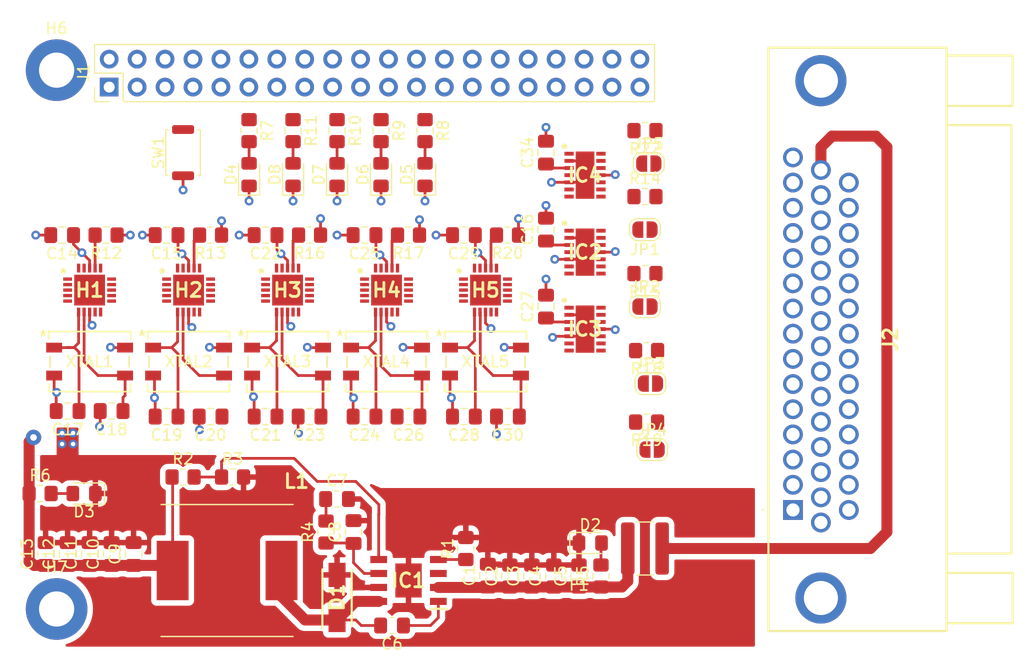
<source format=kicad_pcb>
(kicad_pcb (version 20221018) (generator pcbnew)
  (layers (0 "F.Cu" signal) (1 "In1.Cu" signal) (2 "In2.Cu" signal) (31 "B.Cu" signal) (34 "B.Paste" user) (35 "F.Paste" user) (36 "B.SilkS" user "B.Silkscreen") (37 "F.SilkS" user "F.Silkscreen") (38 "B.Mask" user) (39 "F.Mask" user) (44 "Edge.Cuts" user))
  (net 0 "")
  (net 1 "/Versorgung/VIN_SAVE")
  (net 2 "GND")
  (net 3 "Net-(C7-Pad1)")
  (net 4 "Net-(IC1-COMP)")
  (net 5 "+5V")
  (net 6 "Net-(IC1-SW)")
  (net 7 "Net-(D2-A)")
  (net 8 "Net-(D3-A)")
  (net 9 "Net-(IC1-BOOT)")
  (net 11 "Net-(IC1-RT{slash}CLK)")
  (net 12 "Net-(IC1-FB)")
  (net 13 "Net-(H1-OSC2)")
  (net 14 "Net-(H1-OSC1)")
  (net 15 "Net-(H2-OSC2)")
  (net 16 "Net-(H2-OSC1)")
  (net 17 "Net-(H3-OSC2)")
  (net 18 "Net-(H3-OSC1)")
  (net 19 "Net-(H4-OSC2)")
  (net 20 "Net-(H4-OSC1)")
  (net 21 "Net-(H5-OSC2)")
  (net 22 "Net-(H5-OSC1)")
  (net 23 "Net-(D4-A)")
  (net 24 "Net-(D5-A)")
  (net 25 "Net-(D6-A)")
  (net 26 "Net-(D7-A)")
  (net 27 "Net-(D8-A)")
  (net 35 "/CAN_Controller/INT0")
  (net 36 "/CAN_Controller/SCLK_0")
  (net 38 "/CAN_Controller/MOSI_0")
  (net 39 "/CAN_Controller/MISO_0")
  (net 40 "/CAN_Controller/CE0_0")
  (net 41 "Net-(H1-~{RESET})")
  (net 42 "Net-(H1-TXCAN)")
  (net 43 "Net-(H1-RXCAN)")
  (net 51 "/CAN_Controller/INT1")
  (net 53 "/CAN_Controller/CE1_0")
  (net 54 "Net-(H2-~{RESET})")
  (net 55 "Net-(H2-TXCAN)")
  (net 56 "Net-(H2-RXCAN)")
  (net 64 "/CAN_Controller/INT2")
  (net 65 "/CAN_Controller/SCLK_1")
  (net 67 "/CAN_Controller/MOSI_1")
  (net 68 "/CAN_Controller/MISO_1")
  (net 69 "/CAN_Controller/CE0_1")
  (net 70 "Net-(H3-~{RESET})")
  (net 71 "Net-(H3-TXCAN)")
  (net 72 "Net-(H3-RXCAN)")
  (net 80 "/CAN_Controller/INT3")
  (net 82 "/CAN_Controller/CE1_1")
  (net 83 "Net-(H4-~{RESET})")
  (net 84 "Net-(H4-TXCAN)")
  (net 85 "Net-(H4-RXCAN)")
  (net 93 "/CAN_Controller/INT4")
  (net 95 "/CAN_Controller/CE2_1")
  (net 96 "Net-(H5-~{RESET})")
  (net 97 "Net-(H5-TXCAN)")
  (net 98 "Net-(H5-RXCAN)")
  (net 100 "/CAN_Controller/CAN1_L")
  (net 101 "/CAN_Controller/CAN1_H")
  (net 102 "/CAN_Controller/CAN0_L")
  (net 103 "/CAN_Controller/CAN0_H")
  (net 106 "/CAN_Controller/CAN3_L")
  (net 107 "/CAN_Controller/CAN3_H")
  (net 108 "/CAN_Controller/CAN2_L")
  (net 109 "/CAN_Controller/CAN2_H")
  (net 116 "/CAN_Controller/CAN4_L")
  (net 117 "/CAN_Controller/CAN4_H")
  (net 122 "Net-(J1-GPIO27)")
  (net 123 "Net-(J1-GPIO22)")
  (net 124 "Net-(J1-GPIO23)")
  (net 126 "Net-(J1-GPIO24)")
  (net 127 "Net-(J1-GPIO25)")
  (net 132 "Net-(J1-GPIO26)")
  (net 151 "/Versorgung/VIN")
  (net 168 "Net-(JP1-A)")
  (net 169 "Net-(JP2-B)")
  (net 170 "Net-(JP3-B)")
  (net 171 "Net-(JP4-A)")
  (net 172 "Net-(JP5-B)")
  (footprint "Capacitor_SMD:C_0805_2012Metric_Pad1.18x1.45mm_HandSolder" (layer "F.Cu") (at 111.5 135 180)
    (fp_text reference "C24")
    (fp_text value "22pF")
  )
  (footprint "Jumper:SolderJumper-2_P1.3mm_Open_RoundedPad1.0x1.5mm" (layer "F.Cu") (at 137.65 138)
    (fp_text reference "JP4")
    (fp_text value "Jumper_2_Open")
  )
  (footprint "Capacitor_SMD:C_0805_2012Metric_Pad1.18x1.45mm_HandSolder" (layer "F.Cu") (at 115.5 135 180)
    (fp_text reference "C26")
    (fp_text value "22pF")
  )
  (footprint "Resistor_SMD:R_0805_2012Metric_Pad1.20x1.40mm_HandSolder" (layer "F.Cu") (at 126.712 149.5 90)
    (fp_text reference "C3")
    (fp_text value "1uF/50V")
  )
  (footprint "Capacitor_SMD:C_0805_2012Metric_Pad1.18x1.45mm_HandSolder" (layer "F.Cu") (at 111.5 118.5 180)
    (fp_text reference "C25")
    (fp_text value "100nF")
  )
  (footprint "Samacsys:SON65P300X450X100-15N-D" (layer "F.Cu") (at 131.55 113.05)
    (fp_text reference "IC4")
    (fp_text value "TCAN1048AVDMTRQ1" hide)
  )
  (footprint "Capacitor_SMD:C_0805_2012Metric_Pad1.18x1.45mm_HandSolder" (layer "F.Cu") (at 84.5 147.5 90)
    (fp_text reference "C12")
    (fp_text value "22uF/6.3V")
  )
  (footprint "MountingHole:MountingHole_3.2mm_M3_DIN965_Pad" (layer "F.Cu") (at 83.5 152.5)
    (fp_text reference "H7")
    (fp_text value "MountingHole")
  )
  (footprint "Capacitor_SMD:C_0805_2012Metric_Pad1.18x1.45mm_HandSolder" (layer "F.Cu") (at 110.5 145.5 90)
    (fp_text reference "C8")
    (fp_text value "100pF")
  )
  (footprint "Samacsys:SMT_026384_WRE-L" (layer "F.Cu") (at 113.5 130)
    (fp_text reference "XTAL4")
    (fp_text value "830026384")
  )
  (footprint "LED_SMD:LED_0805_2012Metric_Pad1.15x1.40mm_HandSolder" (layer "F.Cu") (at 132.025 146.5)
    (fp_text reference "D2")
    (fp_text value "LED/GRÜN")
  )
  (footprint "Capacitor_SMD:C_0805_2012Metric_Pad1.18x1.45mm_HandSolder" (layer "F.Cu") (at 82.5 147.5 90)
    (fp_text reference "C13")
    (fp_text value "22uF/6.3V")
  )
  (footprint "Capacitor_SMD:C_0805_2012Metric_Pad1.18x1.45mm_HandSolder" (layer "F.Cu") (at 88.5 134.5 180)
    (fp_text reference "C18")
    (fp_text value "22pF")
  )
  (footprint "Jumper:SolderJumper-2_P1.3mm_Open_RoundedPad1.0x1.5mm" (layer "F.Cu") (at 137.5 132)
    (fp_text reference "JP3")
    (fp_text value "Jumper_2_Open")
  )
  (footprint "LED_SMD:LED_0805_2012Metric_Pad1.15x1.40mm_HandSolder" (layer "F.Cu") (at 117 113 90)
    (fp_text reference "D5")
    (fp_text value "LED")
  )
  (footprint "Resistor_SMD:R_0805_2012Metric_Pad1.20x1.40mm_HandSolder" (layer "F.Cu") (at 137 122 180)
    (fp_text reference "R15")
    (fp_text value "120R")
  )
  (footprint "Capacitor_SMD:C_0805_2012Metric_Pad1.18x1.45mm_HandSolder" (layer "F.Cu") (at 120.5375 135 180)
    (fp_text reference "C28")
    (fp_text value "22pF")
  )
  (footprint "Samacsys:SMT_026384_WRE-L" (layer "F.Cu") (at 86.5 130)
    (fp_text reference "XTAL1")
    (fp_text value "830026384")
  )
  (footprint "Samacsys:SON65P300X450X100-15N-D" (layer "F.Cu") (at 131.55 120.05)
    (fp_text reference "IC2")
    (fp_text value "TCAN1048AVDMTRQ1" hide)
  )
  (footprint "Capacitor_SMD:C_0805_2012Metric_Pad1.18x1.45mm_HandSolder" (layer "F.Cu") (at 102.5 118.5 180)
    (fp_text reference "C22")
    (fp_text value "100nF")
  )
  (footprint "Resistor_SMD:R_0805_2012Metric_Pad1.20x1.40mm_HandSolder" (layer "F.Cu") (at 109 109 -90)
    (fp_text reference "R10")
    (fp_text value "510R")
  )
  (footprint "Resistor_SMD:R_0805_2012Metric_Pad1.20x1.40mm_HandSolder" (layer "F.Cu") (at 131 149.5 90)
    (fp_text reference "C5")
    (fp_text value "1uF/50V")
  )
  (footprint "Connector_PinHeader_2.54mm:PinHeader_2x20_P2.54mm_Vertical" (layer "F.Cu") (at 88.28 105.04 90)
    (fp_text reference "J1")
    (fp_text value "Raspberry_Pi_2_3")
  )
  (footprint "Resistor_SMD:R_0805_2012Metric_Pad1.20x1.40mm_HandSolder" (layer "F.Cu") (at 124.5 118.5 180)
    (fp_text reference "R20")
    (fp_text value "10k")
  )
  (footprint "LED_SMD:LED_0805_2012Metric_Pad1.15x1.40mm_HandSolder" (layer "F.Cu") (at 109 113 90)
    (fp_text reference "D7")
    (fp_text value "LED")
  )
  (footprint "Resistor_SMD:R_0805_2012Metric_Pad1.20x1.40mm_HandSolder" (layer "F.Cu") (at 106.5 118.5 180)
    (fp_text reference "R16")
    (fp_text value "10k")
  )
  (footprint "Samacsys:QFN50P400X400X90-21N-D" (layer "F.Cu") (at 113.5 123.5)
    (fp_text reference "H4")
    (fp_text value "MCP2515-E_ML" hide)
  )
  (footprint "Capacitor_SMD:C_0805_2012Metric_Pad1.18x1.45mm_HandSolder" (layer "F.Cu") (at 114 154 180)
    (fp_text reference "C6")
    (fp_text value "0.1uF")
  )
  (footprint "Resistor_SMD:R_0805_2012Metric_Pad1.20x1.40mm_HandSolder" (layer "F.Cu") (at 117 109 -90)
    (fp_text reference "R8")
    (fp_text value "510R")
  )
  (footprint "Samacsys:QFN50P400X400X90-21N-D" (layer "F.Cu") (at 95.5 123.5)
    (fp_text reference "H2")
    (fp_text value "MCP2515-E_ML" hide)
  )
  (footprint "Capacitor_SMD:C_0805_2012Metric_Pad1.18x1.45mm_HandSolder" (layer "F.Cu") (at 97.5 135 180)
    (fp_text reference "C20")
    (fp_text value "22pF")
  )
  (footprint "Capacitor_SMD:C_0805_2012Metric_Pad1.18x1.45mm_HandSolder" (layer "F.Cu") (at 109 142.5)
    (fp_text reference "C7")
    (fp_text value "33nF")
  )
  (footprint "Samacsys:SON65P300X450X100-15N-D" (layer "F.Cu") (at 131.55 127.05)
    (fp_text reference "IC3")
    (fp_text value "TCAN1048AVDMTRQ1" hide)
  )
  (footprint "Jumper:SolderJumper-2_P1.3mm_Open_RoundedPad1.0x1.5mm" (layer "F.Cu") (at 137 125)
    (fp_text reference "JP2")
    (fp_text value "Jumper_2_Open")
  )
  (footprint "Jumper:SolderJumper-2_P1.3mm_Open_RoundedPad1.0x1.5mm" (layer "F.Cu") (at 137.35 112)
    (fp_text reference "JP5")
    (fp_text value "Jumper_2_Open")
  )
  (footprint "Resistor_SMD:R_0805_2012Metric_Pad1.20x1.40mm_HandSolder" (layer "F.Cu") (at 115.5 118.5 180)
    (fp_text reference "R17")
    (fp_text value "10k")
  )
  (footprint "Capacitor_SMD:C_0805_2012Metric_Pad1.18x1.45mm_HandSolder" (layer "F.Cu") (at 120.5375 118.5 180)
    (fp_text reference "C29")
    (fp_text value "100nF")
  )
  (footprint "Resistor_SMD:R_0805_2012Metric_Pad1.20x1.40mm_HandSolder" (layer "F.Cu") (at 101 109 -90)
    (fp_text reference "R7")
    (fp_text value "510R")
  )
  (footprint "Resistor_SMD:R_0805_2012Metric_Pad1.20x1.40mm_HandSolder" (layer "F.Cu") (at 133 149.5 90)
    (fp_text reference "R5")
    (fp_text value "2.7k")
  )
  (footprint "Samacsys:SMT_026384_WRE-L" (layer "F.Cu") (at 104.5 130)
    (fp_text reference "XTAL3")
    (fp_text value "830026384")
  )
  (footprint "Resistor_SMD:R_0805_2012Metric_Pad1.20x1.40mm_HandSolder" (layer "F.Cu") (at 95 140.5)
    (fp_text reference "R2")
    (fp_text value "2.7M")
  )
  (footprint "Samacsys:QFN50P400X400X90-21N-D" (layer "F.Cu") (at 86.5 123.5)
    (fp_text reference "H1")
    (fp_text value "MCP2515-E_ML" hide)
  )
  (footprint "Resistor_SMD:R_0805_2012Metric_Pad1.20x1.40mm_HandSolder" (layer "F.Cu") (at 88 118.5 180)
    (fp_text reference "R12")
    (fp_text value "10k")
  )
  (footprint "LED_SMD:LED_0805_2012Metric_Pad1.15x1.40mm_HandSolder" (layer "F.Cu") (at 101 113 90)
    (fp_text reference "D4")
    (fp_text value "LED")
  )
  (footprint "Resistor_SMD:R_0805_2012Metric_Pad1.20x1.40mm_HandSolder" (layer "F.Cu") (at 97.5 118.5 180)
    (fp_text reference "R13")
    (fp_text value "10k")
  )
  (footprint "Resistor_SMD:R_0805_2012Metric_Pad1.20x1.40mm_HandSolder" (layer "F.Cu") (at 108 145.5 90)
    (fp_text reference "R4")
    (fp_text value "10k")
  )
  (footprint "Resistor_SMD:R_0805_2012Metric_Pad1.20x1.40mm_HandSolder" (layer "F.Cu") (at 137 115)
    (fp_text reference "R14")
    (fp_text value "120R")
  )
  (footprint "Capacitor_SMD:C_0805_2012Metric_Pad1.18x1.45mm_HandSolder" (layer "F.Cu") (at 93.5 135 180)
    (fp_text reference "C19")
    (fp_text value "22pF")
  )
  (footprint "Samacsys:QFN50P400X400X90-21N-D" (layer "F.Cu") (at 104.5 123.5)
    (fp_text reference "H3")
    (fp_text value "MCP2515-E_ML" hide)
  )
  (footprint "Resistor_SMD:R_0805_2012Metric_Pad1.20x1.40mm_HandSolder" (layer "F.Cu") (at 124.712 149.5 90)
    (fp_text reference "C2")
    (fp_text value "1uF/50V")
  )
  (footprint "Samacsys:DIOM5127X229N" (layer "F.Cu") (at 109 151.45 90)
    (fp_text reference "D1")
    (fp_text value "SSA33L-E3_61T" hide)
  )
  (footprint "Capacitor_SMD:C_0805_2012Metric_Pad1.18x1.45mm_HandSolder" (layer "F.Cu") (at 90.5 147.5 90)
    (fp_text reference "C9")
    (fp_text value "22uF/6.3V")
  )
  (footprint "Capacitor_SMD:C_0805_2012Metric_Pad1.18x1.45mm_HandSolder" (layer "F.Cu") (at 122.712 149.4625 90)
    (fp_text reference "C1")
    (fp_text value "1uF/50V")
  )
  (footprint "Resistor_SMD:R_0805_2012Metric_Pad1.20x1.40mm_HandSolder" (layer "F.Cu") (at 120.712 147 90)
    (fp_text reference "R1")
    (fp_text value "100k")
  )
  (footprint "Samacsys:SMT_026384_WRE-L" (layer "F.Cu") (at 122.5 130)
    (fp_text reference "XTAL5")
    (fp_text value "830026384")
  )
  (footprint "Capacitor_SMD:C_0805_2012Metric_Pad1.18x1.45mm_HandSolder" (layer "F.Cu") (at 106.5 135 180)
    (fp_text reference "C23")
    (fp_text value "22pF")
  )
  (footprint "Samacsys:QFN50P400X400X90-21N-D" (layer "F.Cu") (at 122.5 123.5)
    (fp_text reference "H5")
    (fp_text value "MCP2515-E_ML" hide)
  )
  (footprint "Capacitor_SMD:C_0805_2012Metric_Pad1.18x1.45mm_HandSolder" (layer "F.Cu") (at 86.5 147.5 90)
    (fp_text reference "C11")
    (fp_text value "22uF/6.3V")
  )
  (footprint "Capacitor_SMD:C_0805_2012Metric_Pad1.18x1.45mm_HandSolder" (layer "F.Cu") (at 93.5 118.5 180)
    (fp_text reference "C15")
    (fp_text value "100nF")
  )
  (footprint "Capacitor_SMD:C_0805_2012Metric_Pad1.18x1.45mm_HandSolder" (layer "F.Cu") (at 128 111 90)
    (fp_text reference "C34")
    (fp_text value "100nF")
  )
  (footprint "Capacitor_SMD:C_0805_2012Metric_Pad1.18x1.45mm_HandSolder" (layer "F.Cu") (at 84 118.5 180)
    (fp_text reference "C14")
    (fp_text value "100nF")
  )
  (footprint "Capacitor_SMD:C_0805_2012Metric_Pad1.18x1.45mm_HandSolder" (layer "F.Cu") (at 128 125 90)
    (fp_text reference "C27")
    (fp_text value "100nF")
  )
  (footprint "Samacsys:10090926P444VLF" (layer "F.Cu") (at 150.46 143.495 90)
    (fp_text reference "J2")
    (fp_text value "10090926-P444VLF" hide)
  )
  (footprint "Capacitor_SMD:C_0805_2012Metric_Pad1.18x1.45mm_HandSolder" (layer "F.Cu") (at 124.5375 135 180)
    (fp_text reference "C30")
    (fp_text value "22pF")
  )
  (footprint "MountingHole:MountingHole_3.2mm_M3_DIN965_Pad" (layer "F.Cu") (at 83.5 103.5)
    (fp_text reference "H6")
    (fp_text value "MountingHole")
  )
  (footprint "Resistor_SMD:R_0805_2012Metric_Pad1.20x1.40mm_HandSolder" (layer "F.Cu") (at 137.15 135.5 180)
    (fp_text reference "R19")
    (fp_text value "120R")
  )
  (footprint "Samacsys:WE-PD_1260_1245_1280_121054" (layer "F.Cu") (at 99 149 180)
    (fp_text reference "L1")
    (fp_text value "744771008" hide)
  )
  (footprint "LED_SMD:LED_0805_2012Metric_Pad1.15x1.40mm_HandSolder" (layer "F.Cu") (at 86 142 180)
    (fp_text reference "D3")
    (fp_text value "LED/GRÜN")
  )
  (footprint "Resistor_SMD:R_0805_2012Metric_Pad1.20x1.40mm_HandSolder" (layer "F.Cu") (at 137.15 129 180)
    (fp_text reference "R18")
    (fp_text value "120R")
  )
  (footprint "LED_SMD:LED_0805_2012Metric_Pad1.15x1.40mm_HandSolder" (layer "F.Cu") (at 105 113 90)
    (fp_text reference "D8")
    (fp_text value "LED")
  )
  (footprint "LED_SMD:LED_0805_2012Metric_Pad1.15x1.40mm_HandSolder" (layer "F.Cu") (at 113 113 90)
    (fp_text reference "D6")
    (fp_text value "LED")
  )
  (footprint "Resistor_SMD:R_0805_2012Metric_Pad1.20x1.40mm_HandSolder" (layer "F.Cu") (at 113 109 -90)
    (fp_text reference "R9")
    (fp_text value "510R")
  )
  (footprint "Capacitor_SMD:C_0805_2012Metric_Pad1.18x1.45mm_HandSolder" (layer "F.Cu") (at 128 118 90)
    (fp_text reference "C16")
    (fp_text value "100nF")
  )
  (footprint "Jumper:SolderJumper-2_P1.3mm_Open_RoundedPad1.0x1.5mm" (layer "F.Cu") (at 137 118 180)
    (fp_text reference "JP1")
    (fp_text value "Jumper_2_Open")
  )
  (footprint "Samacsys:SOIC127P600X170-9N" (layer "F.Cu") (at 115.5 149.905 180)
    (fp_text reference "IC1")
    (fp_text value "TPS54540DDAR" hide)
  )
  (footprint "Capacitor_SMD:C_0805_2012Metric_Pad1.18x1.45mm_HandSolder" (layer "F.Cu") (at 102.5 135 180)
    (fp_text reference "C21")
    (fp_text value "22pF")
  )
  (footprint "Resistor_SMD:R_0805_2012Metric_Pad1.20x1.40mm_HandSolder" (layer "F.Cu") (at 99.5 140.5)
    (fp_text reference "R3")
    (fp_text value "510k")
  )
  (footprint "Resistor_SMD:R_0805_2012Metric_Pad1.20x1.40mm_HandSolder" (layer "F.Cu") (at 82 142)
    (fp_text reference "R6")
    (fp_text value "270R")
  )
  (footprint "Button_Switch_SMD:SW_Push_SPST_NO_Alps_SKRK" (layer "F.Cu") (at 95 111 90)
    (fp_text reference "SW1")
    (fp_text value "SW_DIP_x01")
  )
  (footprint "Samacsys:SMT_026384_WRE-L" (layer "F.Cu") (at 95.5 130)
    (fp_text reference "XTAL2")
    (fp_text value "830026384")
  )
  (footprint "Capacitor_SMD:C_0805_2012Metric_Pad1.18x1.45mm_HandSolder" (layer "F.Cu") (at 88.5 147.5 90)
    (fp_text reference "C10")
    (fp_text value "22uF/6.3V")
  )
  (footprint "Resistor_SMD:R_0805_2012Metric_Pad1.20x1.40mm_HandSolder" (layer "F.Cu") (at 128.712 149.5 90)
    (fp_text reference "C4")
    (fp_text value "1uF/50V")
  )
  (footprint "Resistor_SMD:R_0805_2012Metric_Pad1.20x1.40mm_HandSolder" (layer "F.Cu") (at 105 109 -90)
    (fp_text reference "R11")
    (fp_text value "510R")
  )
  (footprint "Resistor_SMD:R_0805_2012Metric_Pad1.20x1.40mm_HandSolder" (layer "F.Cu") (at 137 109 180)
    (fp_text reference "R22")
    (fp_text value "120R")
  )
  (footprint "Capacitor_SMD:C_0805_2012Metric_Pad1.18x1.45mm_HandSolder" (layer "F.Cu") (at 84.5 134.5 180)
    (fp_text reference "C17")
    (fp_text value "22pF")
  )
  (footprint "Resistor_SMD:R_1218_3246Metric_Pad1.22x4.75mm_HandSolder" (layer "F.Cu") (at 137 147 180)
    (fp_text reference "F1")
    (fp_text value "Fuse")
  )
  (segment (start 131 150.5) (end 133 150.5) (width 1) (layer "F.Cu") (net 1))
  (segment (start 133 150.5) (end 134.9 150.5) (width 1) (layer "F.Cu") (net 1))
  (segment (start 135.4375 149.9625) (end 135.4375 147) (width 1) (layer "F.Cu") (net 1))
  (segment (start 126.712 150.5) (end 128.712 150.5) (width 1) (layer "F.Cu") (net 1))
  (segment (start 134.9 150.5) (end 135.4375 149.9625) (width 1) (layer "F.Cu") (net 1))
  (segment (start 128.712 150.5) (end 131 150.5) (width 1) (layer "F.Cu") (net 1))
  (segment (start 122.672 150.54) (end 122.712 150.5) (width 1) (layer "F.Cu") (net 1))
  (segment (start 122.712 150.5) (end 124.712 150.5) (width 1) (layer "F.Cu") (net 1))
  (segment (start 124.712 150.5) (end 126.712 150.5) (width 1) (layer "F.Cu") (net 1))
  (segment (start 118.212 150.54) (end 122.672 150.54) (width 1) (layer "F.Cu") (net 1))
  (segment (start 101.4625 135) (end 101.4625 133.2625) (width 0.25) (layer "F.Cu") (net 2))
  (segment (start 95.5 125.5) (end 95.5 126.6) (width 0.25) (layer "F.Cu") (net 2))
  (segment (start 92.4625 135) (end 92.4625 133.3625) (width 0.25) (layer "F.Cu") (net 2))
  (segment (start 110.4625 118.5) (end 109 118.5) (width 0.25) (layer "F.Cu") (net 2))
  (segment (start 131.55 112.525) (end 131.55 113.05) (width 0.25) (layer "F.Cu") (net 2))
  (segment (start 101.4625 118.5) (end 100.1 118.5) (width 0.25) (layer "F.Cu") (net 2))
  (segment (start 105.4625 135) (end 105.4625 136.4625) (width 0.25) (layer "F.Cu") (net 2))
  (segment (start 113 114.025) (end 113 115.4) (width 0.25) (layer "F.Cu") (net 2))
  (segment (start 92.4625 133.3625) (end 92.4 133.3) (width 0.25) (layer "F.Cu") (net 2))
  (segment (start 130.1 118.75) (end 130.775 118.75) (width 0.25) (layer "F.Cu") (net 2))
  (segment (start 109 114.025) (end 109 115.4) (width 0.25) (layer "F.Cu") (net 2))
  (segment (start 130.9 113.7) (end 131.55 113.05) (width 0.25) (layer "F.Cu") (net 2))
  (segment (start 107.7258 128.73) (end 106.33 128.73) (width 0.25) (layer "F.Cu") (net 2))
  (segment (start 110.2742 131.27) (end 110.2742 133.0742) (width 0.25) (layer "F.Cu") (net 2))
  (segment (start 130.1 111.75) (end 130.775 111.75) (width 0.25) (layer "F.Cu") (net 2))
  (segment (start 86.5 126.4755) (end 86.7245 126.7) (width 0.25) (layer "F.Cu") (net 2))
  (segment (start 104.5 126.5) (end 104.8 126.8) (width 0.25) (layer "F.Cu") (net 2))
  (segment (start 119.5 133.4) (end 119.4 133.3) (width 0.25) (layer "F.Cu") (net 2))
  (segment (start 130.1 127.7) (end 130.9 127.7) (width 0.25) (layer "F.Cu") (net 2))
  (segment (start 92.4 133.3) (end 92.4 131.3958) (width 0.25) (layer "F.Cu") (net 2))
  (segment (start 130.1 125.75) (end 130.775 125.75) (width 0.25) (layer "F.Cu") (net 2))
  (segment (start 87.4625 134.5) (end 87.4625 135.8375) (width 0.25) (layer "F.Cu") (net 2))
  (segment (start 113.5 126.4) (end 113.9 126.8) (width 0.25) (layer "F.Cu") (net 2))
  (segment (start 83.4625 132.8375) (end 83.5 132.8) (width 0.25) (layer "F.Cu") (net 2))
  (segment (start 82.9625 118.5) (end 81.6 118.5) (width 0.25) (layer "F.Cu") (net 2))
  (segment (start 117 114.025) (end 117 115.4) (width 0.25) (layer "F.Cu") (net 2))
  (segment (start 83.2742 132.5742) (end 83.5 132.8) (width 0.25) (layer "F.Cu") (net 2))
  (segment (start 130.775 111.75) (end 131.55 112.525) (width 0.25) (layer "F.Cu") (net 2))
  (segment (start 87.4625 135.8375) (end 87.4 135.9) (width 0.25) (layer "F.Cu") (net 2))
  (segment (start 130.1 120.7) (end 130.9 120.7) (width 0.25) (layer "F.Cu") (net 2))
  (segment (start 130.9 120.7) (end 131.55 120.05) (width 0.25) (layer "F.Cu") (net 2))
  (segment (start 116.7258 128.73) (end 115.03 128.73) (width 0.25) (layer "F.Cu") (net 2))
  (segment (start 130.1 127.7) (end 128.7 127.7) (width 0.25) (layer "F.Cu") (net 2))
  (segment (start 128 123.9625) (end 128 122.5) (width 0.25) (layer "F.Cu") (net 2))
  (segment (start 119.2742 133.1742) (end 119.4 133.3) (width 0.25) (layer "F.Cu") (net 2))
  (segment (start 110.2742 133.0742) (end 110.5 133.3) (width 0.25) (layer "F.Cu") (net 2))
  (segment (start 101.4625 133.2625) (end 101.4 133.2) (width 0.25) (layer "F.Cu") (net 2))
  (segment (start 105.4625 136.4625) (end 105.5 136.5) (width 0.25) (layer "F.Cu") (net 2))
  (segment (start 128 109.9625) (end 128 108.7) (width 0.25) (layer "F.Cu") (net 2))
  (segment (start 96.4625 135) (end 96.4625 136.1625) (width 0.25) (layer "F.Cu") (net 2))
  (segment (start 130.775 118.75) (end 131.55 119.525) (width 0.25) (layer "F.Cu") (net 2))
  (segment (start 95 113.1) (end 95 114.4) (width 0.25) (layer "F.Cu") (net 2))
  (segment (start 101.2742 133.0742) (end 101.4 133.2) (width 0.25) (layer "F.Cu") (net 2))
  (segment (start 128 116.9625) (end 128 115.8) (width 0.25) (layer "F.Cu") (net 2))
  (segment (start 88.43 128.73) (end 88.4 128.7) (width 0.25) (layer "F.Cu") (net 2))
  (segment (start 96.4625 136.1625) (end 96.5 136.2) (width 0.25) (layer "F.Cu") (net 2))
  (segment (start 113.5 125.5) (end 113.5 126.4) (width 0.25) (layer "F.Cu") (net 2))
  (segment (start 110.4625 133.3375) (end 110.5 133.3) (width 0.25) (layer "F.Cu") (net 2))
  (segment (start 130.9 127.7) (end 131.55 127.05) (width 0.25) (layer "F.Cu") (net 2))
  (segment (start 124.23 128.73) (end 124.2 128.7) (width 0.25) (layer "F.Cu") (net 2))
  (segment (start 97.43 128.73) (end 97.4 128.7) (width 0.25) (layer "F.Cu") (net 2))
  (segment (start 131.55 126.525) (end 131.55 127.05) (width 0.25) (layer "F.Cu") (net 2))
  (segment (start 123.5 135) (end 123.5 136.6) (width 0.25) (layer "F.Cu") (net 2))
  (segment (start 101.2742 131.27) (end 101.2742 133.0742) (width 0.25) (layer "F.Cu") (net 2))
  (segment (start 122.5 125.5) (end 122.5 126.5) (width 0.25) (layer "F.Cu") (net 2))
  (segment (start 122.5 126.5) (end 123 127) (width 0.25) (layer "F.Cu") (net 2))
  (segment (start 130.1 113.7) (end 128.5 113.7) (width 0.25) (layer "F.Cu") (net 2))
  (segment (start 92.4625 118.5) (end 91.3 118.5) (width 0.25) (layer "F.Cu") (net 2))
  (segment (start 95.5 126.6) (end 95.8 126.9) (width 0.25) (layer "F.Cu") (net 2))
  (segment (start 128.7 127.7) (end 128.6 127.8) (width 0.25) (layer "F.Cu") (net 2))
  (segment (start 119.5 135) (end 119.5 133.4) (width 0.25) (layer "F.Cu") (net 2))
  (segment (start 110.4625 135) (end 110.4625 133.3375) (width 0.25) (layer "F.Cu") (net 2))
  (segment (start 131.55 119.525) (end 131.55 120.05) (width 0.25) (layer "F.Cu") (net 2))
  (segment (start 119.2742 131.27) (end 119.2742 133.1742) (width 0.25) (layer "F.Cu") (net 2))
  (segment (start 130.1 113.7) (end 130.9 113.7) (width 0.25) (layer "F.Cu") (net 2))
  (segment (start 104.5 125.5) (end 104.5 126.5) (width 0.25) (layer "F.Cu") (net 2))
  (segment (start 92.4 131.3958) (end 92.2742 131.27) (width 0.25) (layer "F.Cu") (net 2))
  (segment (start 98.7258 128.73) (end 97.43 128.73) (width 0.25) (layer "F.Cu") (net 2))
  (segment (start 83.4625 134.5) (end 83.4625 132.8375) (width 0.25) (layer "F.Cu") (net 2))
  (segment (start 83.2742 131.27) (end 83.2742 132.5742) (width 0.25) (layer "F.Cu") (net 2))
  (segment (start 125.7258 128.73) (end 124.23 128.73) (width 0.25) (layer "F.Cu") (net 2))
  (segment (start 130.775 125.75) (end 131.55 126.525) (width 0.25) (layer "F.Cu") (net 2))
  (segment (start 130.1 120.7) (end 128.8 120.7) (width 0.25) (layer "F.Cu") (net 2))
  (segment (start 106.33 128.73) (end 106.3 128.7) (width 0.25) (layer "F.Cu") (net 2))
  (segment (start 101 114.025) (end 101 115.4) (width 0.25) (layer "F.Cu") (net 2))
  (segment (start 86.5 125.5) (end 86.5 126.4755) (width 0.25) (layer "F.Cu") (net 2))
  (segment (start 119.5 118.5) (end 118 118.5) (width 0.25) (layer "F.Cu") (net 2))
  (segment (start 105 114.025) (end 105 115.4) (width 0.25) (layer "F.Cu") (net 2))
  (segment (start 89.7258 128.73) (end 88.43 128.73) (width 0.25) (layer "F.Cu") (net 2))
  (segment (start 115.03 128.73) (end 115 128.7) (width 0.25) (layer "F.Cu") (net 2))
  (via (at 81.6 118.5) (size 0.8) (drill 0.4) (layers "F.Cu" "B.Cu") (net 2))
  (via (at 113 115.4) (size 0.8) (drill 0.4) (layers "F.Cu" "B.Cu") (net 2))
  (via (at 128 108.7) (size 0.8) (drill 0.4) (layers "F.Cu" "B.Cu") (net 2))
  (via (at 119.4 133.3) (size 0.8) (drill 0.4) (layers "F.Cu" "B.Cu") (net 2))
  (via (at 128 115.8) (size 0.8) (drill 0.4) (layers "F.Cu" "B.Cu") (net 2))
  (via (at 87.4 135.9) (size 0.8) (drill 0.4) (layers "F.Cu" "B.Cu") (net 2))
  (via (at 86.7245 126.7) (size 0.8) (drill 0.4) (layers "F.Cu" "B.Cu") (net 2))
  (via (at 96.5 136.2) (size 0.8) (drill 0.4) (layers "F.Cu" "B.Cu") (net 2))
  (via (at 91.3 118.5) (size 0.8) (drill 0.4) (layers "F.Cu" "B.Cu") (net 2))
  (via (at 85 137.5) (size 0.8) (drill 0.4) (layers "F.Cu" "B.Cu") (net 2))
  (via (at 124.2 128.7) (size 0.8) (drill 0.4) (layers "F.Cu" "B.Cu") (net 2))
  (via (at 128.8 120.7) (size 0.8) (drill 0.4) (layers "F.Cu" "B.Cu") (net 2))
  (via (at 110.5 133.3) (size 0.8) (drill 0.4) (layers "F.Cu" "B.Cu") (net 2))
  (via (at 105 115.4) (size 0.8) (drill 0.4) (layers "F.Cu" "B.Cu") (net 2))
  (via (at 85 136.5) (size 0.8) (drill 0.4) (layers "F.Cu" "B.Cu") (net 2))
  (via (at 101 115.4) (size 0.8) (drill 0.4) (layers "F.Cu" "B.Cu") (net 2))
  (via (at 95 114.4) (size 0.8) (drill 0.4) (layers "F.Cu" "B.Cu") (net 2))
  (via (at 100.1 118.5) (size 0.8) (drill 0.4) (layers "F.Cu" "B.Cu") (net 2))
  (via (at 113.9 126.8) (size 0.8) (drill 0.4) (layers "F.Cu" "B.Cu") (net 2))
  (via (at 84 137.5) (size 0.8) (drill 0.4) (layers "F.Cu" "B.Cu") (net 2))
  (via (at 97.4 128.7) (size 0.8) (drill 0.4) (layers "F.Cu" "B.Cu") (net 2))
  (via (at 92.4 133.3) (size 0.8) (drill 0.4) (layers "F.Cu" "B.Cu") (net 2))
  (via (at 109 115.4) (size 0.8) (drill 0.4) (layers "F.Cu" "B.Cu") (net 2))
  (via (at 128.5 113.7) (size 0.8) (drill 0.4) (layers "F.Cu" "B.Cu") (net 2))
  (via (at 118 118.5) (size 0.8) (drill 0.4) (layers "F.Cu" "B.Cu") (net 2))
  (via (at 128.6 127.8) (size 0.8) (drill 0.4) (layers "F.Cu" "B.Cu") (net 2))
  (via (at 105.5 136.5) (size 0.8) (drill 0.4) (layers "F.Cu" "B.Cu") (net 2))
  (via (at 104.8 126.8) (size 0.8) (drill 0.4) (layers "F.Cu" "B.Cu") (net 2))
  (via (at 95.8 126.9) (size 0.8) (drill 0.4) (layers "F.Cu" "B.Cu") (net 2))
  (via (at 88.4 128.7) (size 0.8) (drill 0.4) (layers "F.Cu" "B.Cu") (net 2))
  (via (at 84 136.5) (size 0.8) (drill 0.4) (layers "F.Cu" "B.Cu") (net 2))
  (via (at 83.5 132.8) (size 0.8) (drill 0.4) (layers "F.Cu" "B.Cu") (net 2))
  (via (at 117 115.4) (size 0.8) (drill 0.4) (layers "F.Cu" "B.Cu") (net 2))
  (via (at 115 128.7) (size 0.8) (drill 0.4) (layers "F.Cu" "B.Cu") (net 2))
  (via (at 101.4 133.2) (size 0.8) (drill 0.4) (layers "F.Cu" "B.Cu") (net 2))
  (via (at 109 118.5) (size 0.8) (drill 0.4) (layers "F.Cu" "B.Cu") (net 2))
  (via (at 106.3 128.7) (size 0.8) (drill 0.4) (layers "F.Cu" "B.Cu") (net 2))
  (via (at 128 122.5) (size 0.8) (drill 0.4) (layers "F.Cu" "B.Cu") (net 2))
  (via (at 123.5 136.6) (size 0.8) (drill 0.4) (layers "F.Cu" "B.Cu") (net 2))
  (via (at 123 127) (size 0.8) (drill 0.4) (layers "F.Cu" "B.Cu") (net 2))
  (segment (start 108 144.5) (end 108 142.5375) (width 0.25) (layer "F.Cu") (net 3))
  (segment (start 108 142.5375) (end 107.9625 142.5) (width 0.25) (layer "F.Cu") (net 3))
  (segment (start 110.5 148.3) (end 110.5 146.5375) (width 0.25) (layer "F.Cu") (net 4))
  (segment (start 108 146.5) (end 110.4625 146.5) (width 0.25) (layer "F.Cu") (net 4))
  (segment (start 111.47 149.27) (end 110.5 148.3) (width 0.25) (layer "F.Cu") (net 4))
  (segment (start 110.4625 146.5) (end 110.5 146.5375) (width 0.25) (layer "F.Cu") (net 4))
  (segment (start 112.788 149.27) (end 111.47 149.27) (width 0.25) (layer "F.Cu") (net 4))
  (segment (start 112.5375 119.9375) (end 112.9 120.3) (width 0.25) (layer "F.Cu") (net 5))
  (segment (start 94.5375 118.5) (end 94.5375 119.8375) (width 0.25) (layer "F.Cu") (net 5))
  (segment (start 89 118.5) (end 90.2 118.5) (width 0.25) (layer "F.Cu") (net 5))
  (segment (start 134.25 127.05) (end 134.3 127.1) (width 0.25) (layer "F.Cu") (net 5))
  (segment (start 81.1 148.3) (end 81.2 148.3) (width 1) (layer "F.Cu") (net 5))
  (segment (start 81.4375 148.5375) (end 81.2 148.3) (width 1) (layer "F.Cu") (net 5))
  (segment (start 121.575 119.875) (end 121.8 120.1) (width 0.25) (layer "F.Cu") (net 5))
  (segment (start 125.5 118.5) (end 125.5 117) (width 0.25) (layer "F.Cu") (net 5))
  (segment (start 128.3625 126.4) (end 128 126.0375) (width 0.25) (layer "F.Cu") (net 5))
  (segment (start 86.5 148.5375) (end 84.5 148.5375) (width 1) (layer "F.Cu") (net 5))
  (segment (start 103.5375 118.5) (end 103.5375 119.8375) (width 0.25) (layer "F.Cu") (net 5))
  (segment (start 104.5 121.5) (end 104.5 120.8) (width 0.25) (layer "F.Cu") (net 5))
  (segment (start 95.5 121.5) (end 95.5 120.8) (width 0.25) (layer "F.Cu") (net 5))
  (segment (start 130.1 126.4) (end 128.3625 126.4) (width 0.25) (layer "F.Cu") (net 5))
  (segment (start 134.25 120.05) (end 134.3 120) (width 0.25) (layer "F.Cu") (net 5))
  (segment (start 113.5 121.5) (end 113.5 120.9) (width 0.25) (layer "F.Cu") (net 5))
  (segment (start 116.5 118.5) (end 116.5 117.1) (width 0.25) (layer "F.Cu") (net 5))
  (segment (start 122.5 120.8) (end 121.8 120.1) (width 0.25) (layer "F.Cu") (net 5))
  (segment (start 86.5 120.8) (end 85.0375 119.3375) (width 0.25) (layer "F.Cu") (net 5))
  (segment (start 85.0375 119.3375) (end 85.0375 118.5) (width 0.25) (layer "F.Cu") (net 5))
  (segment (start 94.5375 119.8375) (end 94.9 120.2) (width 0.25) (layer "F.Cu") (net 5))
  (segment (start 82.5 148.5375) (end 81.4375 148.5375) (width 1) (layer "F.Cu") (net 5))
  (segment (start 122.5 121.5) (end 122.5 120.8) (width 0.25) (layer "F.Cu") (net 5))
  (segment (start 104.5 120.8) (end 103.9 120.2) (width 0.25) (layer "F.Cu") (net 5))
  (segment (start 90.5 148.5375) (end 88.5 148.5375) (width 1) (layer "F.Cu") (net 5))
  (segment (start 88.5 148.5375) (end 86.5 148.5375) (width 1) (layer "F.Cu") (net 5))
  (segment (start 95.5 120.8) (end 94.9 120.2) (width 0.25) (layer "F.Cu") (net 5))
  (segment (start 93.5875 148.5375) (end 94.05 149) (width 1) (layer "F.Cu") (net 5))
  (segment (start 133 127.05) (end 134.25 127.05) (width 0.25) (layer "F.Cu") (net 5))
  (segment (start 81 142) (end 81 137.3) (width 1) (layer "F.Cu") (net 5))
  (segment (start 113.5 120.9) (end 112.9 120.3) (width 0.25) (layer "F.Cu") (net 5))
  (segment (start 130.1 119.4) (end 128.3625 119.4) (width 0.25) (layer "F.Cu") (net 5))
  (segment (start 133 113.05) (end 134.25 113.05) (width 0.25) (layer "F.Cu") (net 5))
  (segment (start 121.575 118.5) (end 121.575 119.875) (width 0.25) (layer "F.Cu") (net 5))
  (segment (start 81 142) (end 81 148.2) (width 1) (layer "F.Cu") (net 5))
  (segment (start 94.05 140.55) (end 94 140.5) (width 0.25) (layer "F.Cu") (net 5))
  (segment (start 107.5 118.5) (end 107.5 117) (width 0.25) (layer "F.Cu") (net 5))
  (segment (start 90.5 148.5375) (end 93.5875 148.5375) (width 1) (layer "F.Cu") (net 5))
  (segment (start 128.3625 112.4) (end 128 112.0375) (width 0.25) (layer "F.Cu") (net 5))
  (segment (start 134.25 113.05) (end 134.3 113) (width 0.25) (layer "F.Cu") (net 5))
  (segment (start 133 120.05) (end 134.25 120.05) (width 0.25) (layer "F.Cu") (net 5))
  (segment (start 128.3625 119.4) (end 128 119.0375) (width 0.25) (layer "F.Cu") (net 5))
  (segment (start 81 137.3) (end 81.4 136.9) (width 1) (layer "F.Cu") (net 5))
  (segment (start 81 148.2) (end 81.1 148.3) (width 1) (layer "F.Cu") (net 5))
  (segment (start 98.5 118.5) (end 98.5 117.2) (width 0.25) (layer "F.Cu") (net 5))
  (segment (start 84.5 148.5375) (end 82.5 148.5375) (width 1) (layer "F.Cu") (net 5))
  (segment (start 130.1 112.4) (end 128.3625 112.4) (width 0.25) (layer "F.Cu") (net 5))
  (segment (start 112.5375 118.5) (end 112.5375 119.9375) (width 0.25) (layer "F.Cu") (net 5))
  (segment (start 103.5375 119.8375) (end 103.9 120.2) (width 0.25) (layer "F.Cu") (net 5))
  (segment (start 86.5 121.5) (end 86.5 120.8) (width 0.25) (layer "F.Cu") (net 5))
  (segment (start 94.05 149) (end 94.05 140.55) (width 0.25) (layer "F.Cu") (net 5))
  (via (at 107.5 117) (size 0.8) (drill 0.4) (layers "F.Cu" "B.Cu") (net 5))
  (via (at 134.3 127.1) (size 0.8) (drill 0.4) (layers "F.Cu" "B.Cu") (net 5))
  (via (at 134.3 120) (size 0.8) (drill 0.4) (layers "F.Cu" "B.Cu") (net 5))
  (via (at 112.9 120.3) (size 0.8) (drill 0.4) (layers "F.Cu" "B.Cu") (net 5))
  (via (at 116.5 117.1) (size 0.8) (drill 0.4) (layers "F.Cu" "B.Cu") (net 5))
  (via (at 103.9 120.2) (size 0.8) (drill 0.4) (layers "F.Cu" "B.Cu") (net 5))
  (via (at 134.3 113) (size 0.8) (drill 0.4) (layers "F.Cu" "B.Cu") (net 5))
  (via (at 125.5 117) (size 0.8) (drill 0.4) (layers "F.Cu" "B.Cu") (net 5))
  (via (at 94.9 120.2) (size 0.8) (drill 0.4) (layers "F.Cu" "B.Cu") (net 5))
  (via (at 81.4 136.9) (size 1.4) (drill 0.6) (layers "F.Cu" "B.Cu") (net 5))
  (via (at 121.8 120.1) (size 0.8) (drill 0.4) (layers "F.Cu" "B.Cu") (net 5))
  (via (at 98.5 117.2) (size 0.8) (drill 0.4) (layers "F.Cu" "B.Cu") (net 5))
  (via (at 85.8 120.1) (size 0.8) (drill 0.4) (layers "F.Cu" "B.Cu") (net 5))
  (via (at 90.2 118.5) (size 0.8) (drill 0.4) (layers "F.Cu" "B.Cu") (net 5))
  (segment (start 111.2 154) (end 110.7 153.5) (width 0.25) (layer "F.Cu") (net 6))
  (segment (start 110.69 151.81) (end 109 153.5) (width 1) (layer "F.Cu") (net 6))
  (segment (start 103.95 151.35) (end 106.1 153.5) (width 1) (layer "F.Cu") (net 6))
  (segment (start 112.788 151.81) (end 110.69 151.81) (width 1) (layer "F.Cu") (net 6))
  (segment (start 112.9625 154) (end 111.2 154) (width 0.25) (layer "F.Cu") (net 6))
  (segment (start 103.95 149) (end 103.95 151.35) (width 1) (layer "F.Cu") (net 6))
  (segment (start 106.1 153.5) (end 109 153.5) (width 1) (layer "F.Cu") (net 6))
  (segment (start 110.7 153.5) (end 109 153.5) (width 0.25) (layer "F.Cu") (net 6))
  (segment (start 133 148.5) (end 133 146.55) (width 0.25) (layer "F.Cu") (net 7))
  (segment (start 133 146.55) (end 133.05 146.5) (width 0.25) (layer "F.Cu") (net 7))
  (segment (start 83 142) (end 84.975 142) (width 0.25) (layer "F.Cu") (net 8))
  (segment (start 117.5 154) (end 118.212 153.288) (width 0.25) (layer "F.Cu") (net 9))
  (segment (start 115.0375 154) (end 117.5 154) (width 0.25) (layer "F.Cu") (net 9))
  (segment (start 118.212 153.288) (end 118.212 151.81) (width 0.25) (layer "F.Cu") (net 9))
  (segment (start 118.212 148) (end 120.712 148) (width 0.25) (layer "F.Cu") (net 11))
  (segment (start 96 140.5) (end 98.5 140.5) (width 0.25) (layer "F.Cu") (net 12))
  (segment (start 112.8 143) (end 112.8 143.9) (width 0.25) (layer "F.Cu") (net 12))
  (segment (start 107.2 140.9) (end 110.7 140.9) (width 0.25) (layer "F.Cu") (net 12))
  (segment (start 98.5 139.1) (end 98.8 138.8) (width 0.25) (layer "F.Cu") (net 12))
  (segment (start 112.788 143.912) (end 112.788 148) (width 0.25) (layer "F.Cu") (net 12))
  (segment (start 98.5 140.5) (end 98.5 139.1) (width 0.25) (layer "F.Cu") (net 12))
  (segment (start 112.8 143.9) (end 112.788 143.912) (width 0.25) (layer "F.Cu") (net 12))
  (segment (start 105.1 138.8) (end 107.2 140.9) (width 0.25) (layer "F.Cu") (net 12))
  (segment (start 110.7 140.9) (end 112.8 143) (width 0.25) (layer "F.Cu") (net 12))
  (segment (start 98.8 138.8) (end 105.1 138.8) (width 0.25) (layer "F.Cu") (net 12))
  (segment (start 84.47 128.73) (end 85.07 128.73) (width 0.25) (layer "F.Cu") (net 13))
  (segment (start 83.2742 128.73) (end 84.47 128.73) (width 0.25) (layer "F.Cu") (net 13))
  (segment (start 85.5375 129.1375) (end 85.5375 134.5) (width 0.25) (layer "F.Cu") (net 13))
  (segment (start 85.13 128.73) (end 85.5375 129.1375) (width 0.25) (layer "F.Cu") (net 13))
  (segment (start 84.47 128.73) (end 85.13 128.73) (width 0.25) (layer "F.Cu") (net 13))
  (segment (start 85.07 128.73) (end 85.5 128.3) (width 0.25) (layer "F.Cu") (net 13))
  (segment (start 85.5 128.3) (end 85.5 125.5) (width 0.25) (layer "F.Cu") (net 13))
  (segment (start 89.5375 133.2625) (end 89.7258 133.0742) (width 0.25) (layer "F.Cu") (net 14))
  (segment (start 89.7258 131.27) (end 87.27 131.27) (width 0.25) (layer "F.Cu") (net 14))
  (segment (start 86 130) (end 86 125.5) (width 0.25) (layer "F.Cu") (net 14))
  (segment (start 89.7258 133.0742) (end 89.7258 131.27) (width 0.25) (layer "F.Cu") (net 14))
  (segment (start 89.5375 134.5) (end 89.5375 133.2625) (width 0.25) (layer "F.Cu") (net 14))
  (segment (start 87.27 131.27) (end 86 130) (width 0.25) (layer "F.Cu") (net 14))
  (segment (start 94.5375 129.2975) (end 93.97 128.73) (width 0.25) (layer "F.Cu") (net 15))
  (segment (start 94.5 128.2) (end 94.5 125.5) (width 0.25) (layer "F.Cu") (net 15))
  (segment (start 94.5375 135) (end 94.5375 129.2975) (width 0.25) (layer "F.Cu") (net 15))
  (segment (start 93.97 128.73) (end 94.5 128.2) (width 0.25) (layer "F.Cu") (net 15))
  (segment (start 92.2742 128.73) (end 93.97 128.73) (width 0.25) (layer "F.Cu") (net 15))
  (segment (start 95 129.8) (end 95 125.5) (width 0.25) (layer "F.Cu") (net 16))
  (segment (start 98.7258 131.27) (end 96.47 131.27) (width 0.25) (layer "F.Cu") (net 16))
  (segment (start 96.47 131.27) (end 95 129.8) (width 0.25) (layer "F.Cu") (net 16))
  (segment (start 103.5375 129.3975) (end 102.87 128.73) (width 0.25) (layer "F.Cu") (net 17))
  (segment (start 102.87 128.73) (end 103.5 128.1) (width 0.25) (layer "F.Cu") (net 17))
  (segment (start 103.5 128.1) (end 103.5 125.5) (width 0.25) (layer "F.Cu") (net 17))
  (segment (start 103.5375 135) (end 103.5375 129.3975) (width 0.25) (layer "F.Cu") (net 17))
  (segment (start 101.2742 128.73) (end 102.87 128.73) (width 0.25) (layer "F.Cu") (net 17))
  (segment (start 107.5375 135) (end 107.7258 134.8117) (width 0.25) (layer "F.Cu") (net 18))
  (segment (start 107.7258 131.27) (end 105.47 131.27) (width 0.25) (layer "F.Cu") (net 18))
  (segment (start 105.47 131.27) (end 104 129.8) (width 0.25) (layer "F.Cu") (net 18))
  (segment (start 107.7258 134.8117) (end 107.7258 131.27) (width 0.25) (layer "F.Cu") (net 18))
  (segment (start 104 129.8) (end 104 125.5) (width 0.25) (layer "F.Cu") (net 18))
  (segment (start 110.2742 128.73) (end 111.87 128.73) (width 0.25) (layer "F.Cu") (net 19))
  (segment (start 112.5375 135) (end 112.5375 129.3975) (width 0.25) (layer "F.Cu") (net 19))
  (segment (start 111.87 128.73) (end 112.5 128.1) (width 0.25) (layer "F.Cu") (net 19))
  (segment (start 112.5375 129.3975) (end 111.87 128.73) (width 0.25) (layer "F.Cu") (net 19))
  (segment (start 112.5 128.1) (end 112.5 125.5) (width 0.25) (layer "F.Cu") (net 19))
  (segment (start 116.7258 134.8117) (end 116.7258 131.27) (width 0.25) (layer "F.Cu") (net 20))
  (segment (start 113 130.4) (end 113 125.5) (width 0.25) (layer "F.Cu") (net 20))
  (segment (start 113.87 131.27) (end 113 130.4) (width 0.25) (layer "F.Cu") (net 20))
  (segment (start 116.5375 135) (end 116.7258 134.8117) (width 0.25) (layer "F.Cu") (net 20))
  (segment (start 116.7258 131.27) (end 113.87 131.27) (width 0.25) (layer "F.Cu") (net 20))
  (segment (start 121.575 135) (end 121.575 129.435) (width 0.25) (layer "F.Cu") (net 21))
  (segment (start 119.2742 128.73) (end 120.87 128.73) (width 0.25) (layer "F.Cu") (net 21))
  (segment (start 121.575 129.435) (end 120.87 128.73) (width 0.25) (layer "F.Cu") (net 21))
  (segment (start 120.87 128.73) (end 121.5 128.1) (width 0.25) (layer "F.Cu") (net 21))
  (segment (start 121.5 128.1) (end 121.5 125.5) (width 0.25) (layer "F.Cu") (net 21))
  (segment (start 122.025 125.525) (end 122 125.5) (width 0.25) (layer "F.Cu") (net 22))
  (segment (start 125.7258 131.27) (end 123.195 131.27) (width 0.25) (layer "F.Cu") (net 22))
  (segment (start 122.025 130.1) (end 122.025 125.525) (width 0.25) (layer "F.Cu") (net 22))
  (segment (start 123.195 131.27) (end 122.025 130.1) (width 0.25) (layer "F.Cu") (net 22))
  (segment (start 125.575 135) (end 125.7258 134.8492) (width 0.25) (layer "F.Cu") (net 22))
  (segment (start 125.7258 134.8492) (end 125.7258 131.27) (width 0.25) (layer "F.Cu") (net 22))
  (segment (start 101 110) (end 101 111.975) (width 0.25) (layer "F.Cu") (net 23))
  (segment (start 117 110) (end 117 111.975) (width 0.25) (layer "F.Cu") (net 24))
  (segment (start 113 110) (end 113 111.975) (width 0.25) (layer "F.Cu") (net 25))
  (segment (start 109 110) (end 109 111.975) (width 0.25) (layer "F.Cu") (net 26))
  (segment (start 105 110) (end 105 111.975) (width 0.25) (layer "F.Cu") (net 27))
  (segment (start 87 121.5) (end 87 118.5) (width 0.25) (layer "F.Cu") (net 41))
  (segment (start 96 121.5) (end 96 119) (width 0.25) (layer "F.Cu") (net 54))
  (segment (start 96 119) (end 96.5 118.5) (width 0.25) (layer "F.Cu") (net 54))
  (segment (start 105 119) (end 105.5 118.5) (width 0.25) (layer "F.Cu") (net 70))
  (segment (start 105 121.5) (end 105 119) (width 0.25) (layer "F.Cu") (net 70))
  (segment (start 114.5 118.5) (end 114 119) (width 0.25) (layer "F.Cu") (net 83))
  (segment (start 114 119) (end 114 121.5) (width 0.25) (layer "F.Cu") (net 83))
  (segment (start 123 119) (end 123 121.5) (width 0.25) (layer "F.Cu") (net 96))
  (segment (start 123.5 118.5) (end 123 119) (width 0.25) (layer "F.Cu") (net 96))
  (segment (start 159 145.5) (end 159 110.5) (width 1) (layer "F.Cu") (net 151))
  (segment (start 157.5 147) (end 159 145.5) (width 1) (layer "F.Cu") (net 151))
  (segment (start 158 109.5) (end 154 109.5) (width 1) (layer "F.Cu") (net 151))
  (segment (start 153 110.5) (end 153 112.575) (width 1) (layer "F.Cu") (net 151))
  (segment (start 159 110.5) (end 158 109.5) (width 1) (layer "F.Cu") (net 151))
  (segment (start 154 109.5) (end 153 110.5) (width 1) (layer "F.Cu") (net 151))
  (segment (start 138.5625 147) (end 157.5 147) (width 1) (layer "F.Cu") (net 151))
  (zone (net 2) (net_name "GND") (layer "F.Cu") (priority 2) (connect_pads (clearance 0.5)) (min_thickness 0.25) (fill yes (thermal_gap 0.5) (thermal_bridge_width 0.5))
    (polygon (pts (xy 80 156) (xy 80 138.5) (xy 83.5 138.5) (xy 83.5 136) (xy 85.5 136) (xy 85.5 138.5) (xy 106 138.5) (xy 113 141.5) (xy 147 141.5) (xy 147 156)))
  )
)
</source>
